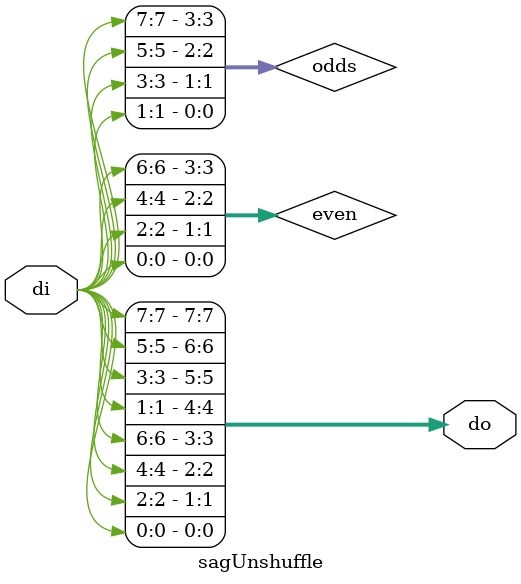
<source format=v>

module sag(input [7:0] di, ci, output [7:0] do);
	wire [7:0] d1, d2, c1, c2, co;
	wire [3:0] t1, t2, t3;

	sagCtrlUnit ctrl_1 (ci, c1, t1, 2'b 00);
	sagCtrlUnit ctrl_2 (c1, c2, t2, 2'b 10);
	sagCtrlUnit ctrl_3 (c2, co, t3, 2'b 11);

	sagDataUnit data_1 (di, d1, t1);
	sagDataUnit data_2 (d1, d2, t2);
	sagDataUnit data_3 (d2, do, t3);
endmodule

module sagCtrlUnit(input [7:0] ci, output [7:0] co, output [3:0] t, input [1:0] sel);
	wire x[7:0]; // prefix xor-sum over ci, partially broken depending on sel
	assign x[0] = ci[0];
	assign x[1] = ci[1] ^ x[0];
	assign x[2] = ci[2] ^ (sel[0] ? 1'b 0 : x[1]);
	assign x[3] = ci[3] ^ x[2];
	assign x[4] = ci[4] ^ (sel[1] ? 1'b 0 : x[3]);
	assign x[5] = ci[5] ^ x[4];
	assign x[6] = ci[6] ^ (sel[0] ? 1'b 0 : x[5]);
	assign x[7] = ci[7] ^ x[6]; // unused ;)

	// butterfly control signals
	assign t[0] = !x[0];
	assign t[1] = !x[2];
	assign t[2] = !x[4];
	assign t[3] = !x[6];

	sagDataUnit unshuffle (ci, co, t);
endmodule

module sagDataUnit(input [7:0] di, output [7:0] do, input [3:0] t);
	wire [7:0] do_shuffled;
	assign do_shuffled[1:0] = t[0] ? {di[0], di[1]} : di[1:0];
	assign do_shuffled[3:2] = t[1] ? {di[2], di[3]} : di[3:2];
	assign do_shuffled[5:4] = t[2] ? {di[4], di[5]} : di[5:4];
	assign do_shuffled[7:6] = t[3] ? {di[6], di[7]} : di[7:6];

	sagUnshuffle unshuffle (do_shuffled, do);
endmodule

module sagUnshuffle(input [7:0] di, output [7:0] do);
	wire [3:0] even = {di[6], di[4], di[2], di[0]};
	wire [3:0] odds = {di[7], di[5], di[3], di[1]};
	assign do = {odds, even};
endmodule

</source>
